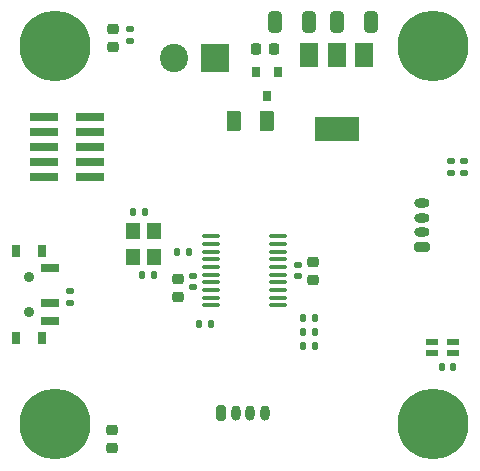
<source format=gbr>
%TF.GenerationSoftware,KiCad,Pcbnew,(6.0.0-rc1-124-g18b4ebcc17)*%
%TF.CreationDate,2021-11-25T20:10:52+05:30*%
%TF.ProjectId,Europa,4575726f-7061-42e6-9b69-6361645f7063,rev?*%
%TF.SameCoordinates,Original*%
%TF.FileFunction,Soldermask,Top*%
%TF.FilePolarity,Negative*%
%FSLAX46Y46*%
G04 Gerber Fmt 4.6, Leading zero omitted, Abs format (unit mm)*
G04 Created by KiCad (PCBNEW (6.0.0-rc1-124-g18b4ebcc17)) date 2021-11-25 20:10:52*
%MOMM*%
%LPD*%
G01*
G04 APERTURE LIST*
G04 Aperture macros list*
%AMRoundRect*
0 Rectangle with rounded corners*
0 $1 Rounding radius*
0 $2 $3 $4 $5 $6 $7 $8 $9 X,Y pos of 4 corners*
0 Add a 4 corners polygon primitive as box body*
4,1,4,$2,$3,$4,$5,$6,$7,$8,$9,$2,$3,0*
0 Add four circle primitives for the rounded corners*
1,1,$1+$1,$2,$3*
1,1,$1+$1,$4,$5*
1,1,$1+$1,$6,$7*
1,1,$1+$1,$8,$9*
0 Add four rect primitives between the rounded corners*
20,1,$1+$1,$2,$3,$4,$5,0*
20,1,$1+$1,$4,$5,$6,$7,0*
20,1,$1+$1,$6,$7,$8,$9,0*
20,1,$1+$1,$8,$9,$2,$3,0*%
G04 Aperture macros list end*
%ADD10RoundRect,0.225000X-0.250000X0.225000X-0.250000X-0.225000X0.250000X-0.225000X0.250000X0.225000X0*%
%ADD11RoundRect,0.140000X-0.170000X0.140000X-0.170000X-0.140000X0.170000X-0.140000X0.170000X0.140000X0*%
%ADD12C,0.800000*%
%ADD13C,6.000000*%
%ADD14R,2.400000X0.740000*%
%ADD15RoundRect,0.135000X-0.185000X0.135000X-0.185000X-0.135000X0.185000X-0.135000X0.185000X0.135000X0*%
%ADD16RoundRect,0.135000X0.135000X0.185000X-0.135000X0.185000X-0.135000X-0.185000X0.135000X-0.185000X0*%
%ADD17RoundRect,0.135000X0.185000X-0.135000X0.185000X0.135000X-0.185000X0.135000X-0.185000X-0.135000X0*%
%ADD18R,0.800000X1.000000*%
%ADD19C,0.900000*%
%ADD20R,1.500000X0.700000*%
%ADD21RoundRect,0.140000X0.140000X0.170000X-0.140000X0.170000X-0.140000X-0.170000X0.140000X-0.170000X0*%
%ADD22R,1.200000X1.400000*%
%ADD23R,1.500000X2.000000*%
%ADD24R,3.800000X2.000000*%
%ADD25RoundRect,0.249999X-0.325001X-0.650001X0.325001X-0.650001X0.325001X0.650001X-0.325001X0.650001X0*%
%ADD26RoundRect,0.100000X-0.637500X-0.100000X0.637500X-0.100000X0.637500X0.100000X-0.637500X0.100000X0*%
%ADD27RoundRect,0.218750X0.218750X0.256250X-0.218750X0.256250X-0.218750X-0.256250X0.218750X-0.256250X0*%
%ADD28RoundRect,0.135000X-0.135000X-0.185000X0.135000X-0.185000X0.135000X0.185000X-0.135000X0.185000X0*%
%ADD29RoundRect,0.218750X0.256250X-0.218750X0.256250X0.218750X-0.256250X0.218750X-0.256250X-0.218750X0*%
%ADD30RoundRect,0.200000X-0.200000X-0.450000X0.200000X-0.450000X0.200000X0.450000X-0.200000X0.450000X0*%
%ADD31O,0.800000X1.300000*%
%ADD32R,0.800000X0.900000*%
%ADD33RoundRect,0.250000X0.375000X0.625000X-0.375000X0.625000X-0.375000X-0.625000X0.375000X-0.625000X0*%
%ADD34R,2.400000X2.400000*%
%ADD35C,2.400000*%
%ADD36RoundRect,0.200000X0.450000X-0.200000X0.450000X0.200000X-0.450000X0.200000X-0.450000X-0.200000X0*%
%ADD37O,1.300000X0.800000*%
%ADD38R,1.000000X0.500000*%
G04 APERTURE END LIST*
D10*
%TO.C,C1*%
X55775000Y-52225000D03*
X55775000Y-53775000D03*
%TD*%
D11*
%TO.C,C2*%
X54500000Y-52520000D03*
X54500000Y-53480000D03*
%TD*%
D10*
%TO.C,C5*%
X44350000Y-53675000D03*
X44350000Y-55225000D03*
%TD*%
D12*
%TO.C,H1*%
X36250000Y-34000000D03*
X31750000Y-34000000D03*
X35590990Y-32409010D03*
X35590990Y-35590990D03*
X32409010Y-32409010D03*
X32409010Y-35590990D03*
X34000000Y-36250000D03*
D13*
X34000000Y-34000000D03*
D12*
X34000000Y-31750000D03*
%TD*%
%TO.C,H2*%
X35590990Y-67590990D03*
X31750000Y-66000000D03*
X32409010Y-64409010D03*
D13*
X34000000Y-66000000D03*
D12*
X32409010Y-67590990D03*
X34000000Y-63750000D03*
X36250000Y-66000000D03*
X35590990Y-64409010D03*
X34000000Y-68250000D03*
%TD*%
%TO.C,H3*%
X66000000Y-63750000D03*
X67590990Y-64409010D03*
X68250000Y-66000000D03*
X63750000Y-66000000D03*
X67590990Y-67590990D03*
X64409010Y-67590990D03*
X66000000Y-68250000D03*
X64409010Y-64409010D03*
D13*
X66000000Y-66000000D03*
%TD*%
D14*
%TO.C,J3*%
X33050000Y-39960000D03*
X36950000Y-39960000D03*
X33050000Y-41230000D03*
X36950000Y-41230000D03*
X33050000Y-42500000D03*
X36950000Y-42500000D03*
X33050000Y-43770000D03*
X36950000Y-43770000D03*
X33050000Y-45040000D03*
X36950000Y-45040000D03*
%TD*%
D15*
%TO.C,R3*%
X68600000Y-43730000D03*
X68600000Y-44750000D03*
%TD*%
%TO.C,R6*%
X67500000Y-43730000D03*
X67500000Y-44750000D03*
%TD*%
D16*
%TO.C,R8*%
X56010000Y-59400000D03*
X54990000Y-59400000D03*
%TD*%
D17*
%TO.C,R12*%
X35250000Y-55750000D03*
X35250000Y-54730000D03*
%TD*%
D18*
%TO.C,SW1*%
X30670000Y-58650000D03*
X32880000Y-51350000D03*
D19*
X31770000Y-56500000D03*
D18*
X32880000Y-58650000D03*
D19*
X31770000Y-53500000D03*
D18*
X30670000Y-51350000D03*
D20*
X33530000Y-52750000D03*
X33530000Y-55750000D03*
X33530000Y-57250000D03*
%TD*%
D11*
%TO.C,C6*%
X45600000Y-53400000D03*
X45600000Y-54360000D03*
%TD*%
D16*
%TO.C,R2*%
X45310000Y-51375000D03*
X44290000Y-51375000D03*
%TD*%
D21*
%TO.C,C3*%
X41560000Y-48050000D03*
X40600000Y-48050000D03*
%TD*%
D22*
%TO.C,Y1*%
X40600000Y-49600000D03*
X40600000Y-51800000D03*
X42300000Y-51800000D03*
X42300000Y-49600000D03*
%TD*%
D21*
%TO.C,C4*%
X42300000Y-53350000D03*
X41340000Y-53350000D03*
%TD*%
D12*
%TO.C,H4*%
X67590990Y-32409010D03*
X67590990Y-35590990D03*
X66000000Y-31750000D03*
X64409010Y-35590990D03*
X66000000Y-36250000D03*
X64409010Y-32409010D03*
X63750000Y-34000000D03*
D13*
X66000000Y-34000000D03*
D12*
X68250000Y-34000000D03*
%TD*%
D23*
%TO.C,U2*%
X60100000Y-34700000D03*
D24*
X57800000Y-41000000D03*
D23*
X57800000Y-34700000D03*
X55500000Y-34700000D03*
%TD*%
D25*
%TO.C,C8*%
X57800000Y-31900000D03*
X60750000Y-31900000D03*
%TD*%
%TO.C,C7*%
X52550000Y-31900000D03*
X55500000Y-31900000D03*
%TD*%
D26*
%TO.C,U1*%
X47137500Y-50075000D03*
X47137500Y-50725000D03*
X47137500Y-51375000D03*
X47137500Y-52025000D03*
X47137500Y-52675000D03*
X47137500Y-53325000D03*
X47137500Y-53975000D03*
X47137500Y-54625000D03*
X47137500Y-55275000D03*
X47137500Y-55925000D03*
X52862500Y-55925000D03*
X52862500Y-55275000D03*
X52862500Y-54625000D03*
X52862500Y-53975000D03*
X52862500Y-53325000D03*
X52862500Y-52675000D03*
X52862500Y-52025000D03*
X52862500Y-51375000D03*
X52862500Y-50725000D03*
X52862500Y-50075000D03*
%TD*%
D27*
%TO.C,FB1*%
X52525000Y-34200000D03*
X50950000Y-34200000D03*
%TD*%
D28*
%TO.C,R11*%
X46110000Y-57500000D03*
X47130000Y-57500000D03*
%TD*%
D29*
%TO.C,D4*%
X38750000Y-68037500D03*
X38750000Y-66462500D03*
%TD*%
D16*
%TO.C,R10*%
X56010000Y-57000000D03*
X54990000Y-57000000D03*
%TD*%
%TO.C,R9*%
X56010000Y-58200000D03*
X54990000Y-58200000D03*
%TD*%
D30*
%TO.C,J4*%
X48000000Y-65050000D03*
D31*
X49250000Y-65050000D03*
X50500000Y-65050000D03*
X51750000Y-65050000D03*
%TD*%
D32*
%TO.C,Q1*%
X52850000Y-36200000D03*
X50950000Y-36200000D03*
X51900000Y-38200000D03*
%TD*%
D33*
%TO.C,F1*%
X51900000Y-40300000D03*
X49100000Y-40300000D03*
%TD*%
D34*
%TO.C,J1*%
X47500000Y-35000000D03*
D35*
X44000000Y-35000000D03*
%TD*%
D29*
%TO.C,D3*%
X38850000Y-34075000D03*
X38850000Y-32500000D03*
%TD*%
D15*
%TO.C,R7*%
X40300000Y-32500000D03*
X40300000Y-33520000D03*
%TD*%
D36*
%TO.C,J2*%
X65050000Y-51000000D03*
D37*
X65050000Y-49750000D03*
X65050000Y-48500000D03*
X65050000Y-47250000D03*
%TD*%
D21*
%TO.C,C12*%
X67650000Y-61150000D03*
X66690000Y-61150000D03*
%TD*%
D38*
%TO.C,D5*%
X65850000Y-60000000D03*
X65850000Y-59000000D03*
X67650000Y-59000000D03*
X67650000Y-60000000D03*
%TD*%
M02*

</source>
